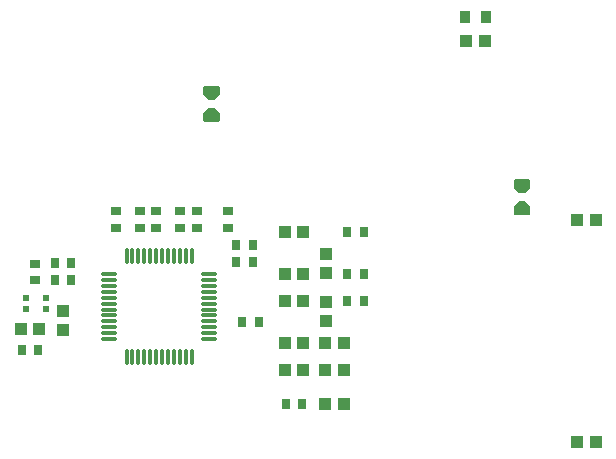
<source format=gtp>
G04 Layer: TopPasteMaskLayer*
G04 Panelize: V-CUT, Column: 2, Row: 2, Board Size: 58.42mm x 58.42mm, Panelized Board Size: 118.84mm x 118.84mm*
G04 EasyEDA v6.5.34, 2023-09-08 22:56:44*
G04 913679b3e6e84f05a743068e7cf01868,5a6b42c53f6a479593ecc07194224c93,10*
G04 Gerber Generator version 0.2*
G04 Scale: 100 percent, Rotated: No, Reflected: No *
G04 Dimensions in millimeters *
G04 leading zeros omitted , absolute positions ,4 integer and 5 decimal *
%FSLAX45Y45*%
%MOMM*%

%ADD10R,0.9000X0.8000*%
%ADD11R,1.0000X1.1000*%
%ADD12R,0.5850X0.5320*%
%ADD13R,0.8000X0.9000*%
%ADD14R,1.1000X1.0000*%
%ADD15R,0.8999X1.0000*%
%ADD16O,1.499997X0.27000199999999996*%
%ADD17O,0.27000199999999996X1.499997*%

%LPD*%
G36*
X4563973Y4204563D02*
G01*
X4553966Y4194556D01*
X4553966Y4125823D01*
X4600752Y4087317D01*
X4644847Y4087317D01*
X4691634Y4125823D01*
X4691634Y4194556D01*
X4681626Y4204563D01*
G37*
G36*
X4600752Y4015282D02*
G01*
X4553966Y3976776D01*
X4553966Y3908044D01*
X4563973Y3898036D01*
X4681626Y3898036D01*
X4691634Y3908044D01*
X4691634Y3976776D01*
X4644847Y4015282D01*
G37*
G36*
X1935073Y4991963D02*
G01*
X1925066Y4981956D01*
X1925066Y4913223D01*
X1971852Y4874717D01*
X2015947Y4874717D01*
X2062734Y4913223D01*
X2062734Y4981956D01*
X2052726Y4991963D01*
G37*
G36*
X1971852Y4802682D02*
G01*
X1925066Y4764176D01*
X1925066Y4695444D01*
X1935073Y4685436D01*
X2052726Y4685436D01*
X2062734Y4695444D01*
X2062734Y4764176D01*
X2015947Y4802682D01*
G37*
D10*
G01*
X2133600Y3930802D03*
G01*
X2133600Y3790797D03*
D11*
G01*
X5248909Y3860800D03*
G01*
X5088915Y3860800D03*
G01*
X5248909Y1981200D03*
G01*
X5088915Y1981200D03*
D12*
G01*
X421259Y3197097D03*
G01*
X421259Y3102102D03*
G01*
X594740Y3102102D03*
G01*
X594740Y3197097D03*
D10*
G01*
X1866900Y3930802D03*
G01*
X1866900Y3790797D03*
G01*
X1727200Y3930802D03*
G01*
X1727200Y3790797D03*
G01*
X1524000Y3930802D03*
G01*
X1524000Y3790797D03*
G01*
X1384300Y3930802D03*
G01*
X1384300Y3790797D03*
G01*
X1181100Y3930802D03*
G01*
X1181100Y3790797D03*
D13*
G01*
X666597Y3492500D03*
G01*
X806602Y3492500D03*
G01*
X666597Y3352800D03*
G01*
X806602Y3352800D03*
D14*
G01*
X736600Y2929889D03*
G01*
X736600Y3089884D03*
D13*
G01*
X527202Y2755900D03*
G01*
X387197Y2755900D03*
D11*
G01*
X537210Y2933700D03*
G01*
X377215Y2933700D03*
D10*
G01*
X495300Y3486302D03*
G01*
X495300Y3346297D03*
D13*
G01*
X2343302Y3505200D03*
G01*
X2203297Y3505200D03*
D11*
G01*
X2612390Y3759200D03*
G01*
X2772384Y3759200D03*
D13*
G01*
X2343302Y3644900D03*
G01*
X2203297Y3644900D03*
D11*
G01*
X2612390Y3175000D03*
G01*
X2772384Y3175000D03*
G01*
X2612390Y3403600D03*
G01*
X2772384Y3403600D03*
D13*
G01*
X2394102Y2997200D03*
G01*
X2254097Y2997200D03*
D11*
G01*
X4149090Y5372100D03*
G01*
X4309084Y5372100D03*
D15*
G01*
X4144086Y5575300D03*
G01*
X4314088Y5575300D03*
D11*
G01*
X2612390Y2819400D03*
G01*
X2772384Y2819400D03*
G01*
X2612390Y2590800D03*
G01*
X2772384Y2590800D03*
G01*
X2955290Y2819400D03*
G01*
X3115284Y2819400D03*
G01*
X3115309Y2590800D03*
G01*
X2955315Y2590800D03*
G01*
X2955290Y2298700D03*
G01*
X3115284Y2298700D03*
D13*
G01*
X2762402Y2298700D03*
G01*
X2622397Y2298700D03*
G01*
X3283102Y3175000D03*
G01*
X3143097Y3175000D03*
G01*
X3283102Y3403600D03*
G01*
X3143097Y3403600D03*
D14*
G01*
X2959100Y3572510D03*
G01*
X2959100Y3412515D03*
G01*
X2959100Y3166110D03*
G01*
X2959100Y3006115D03*
D13*
G01*
X3143097Y3759200D03*
G01*
X3283102Y3759200D03*
D16*
G01*
X1974392Y2849194D03*
G01*
X1974392Y2899206D03*
G01*
X1974392Y2949194D03*
G01*
X1974392Y2999206D03*
G01*
X1974392Y3049193D03*
G01*
X1974392Y3099206D03*
G01*
X1974392Y3149193D03*
G01*
X1974392Y3199206D03*
G01*
X1974392Y3249193D03*
G01*
X1974392Y3299205D03*
G01*
X1974392Y3349193D03*
G01*
X1974392Y3399205D03*
D17*
G01*
X1824405Y3549192D03*
G01*
X1774393Y3549192D03*
G01*
X1724405Y3549192D03*
G01*
X1674393Y3549192D03*
G01*
X1624406Y3549192D03*
G01*
X1574393Y3549192D03*
G01*
X1524406Y3549192D03*
G01*
X1474393Y3549192D03*
G01*
X1424406Y3549192D03*
G01*
X1374394Y3549192D03*
G01*
X1324406Y3549192D03*
G01*
X1274394Y3549192D03*
D16*
G01*
X1124407Y3399205D03*
G01*
X1124407Y3349193D03*
G01*
X1124407Y3299205D03*
G01*
X1124407Y3249193D03*
G01*
X1124407Y3199206D03*
G01*
X1124407Y3149193D03*
G01*
X1124407Y3099206D03*
G01*
X1124407Y3049193D03*
G01*
X1124407Y2999206D03*
G01*
X1124407Y2949194D03*
G01*
X1124407Y2899206D03*
G01*
X1124407Y2849194D03*
D17*
G01*
X1274394Y2699207D03*
G01*
X1324406Y2699207D03*
G01*
X1374394Y2699207D03*
G01*
X1424406Y2699207D03*
G01*
X1474393Y2699207D03*
G01*
X1524406Y2699207D03*
G01*
X1574393Y2699207D03*
G01*
X1624406Y2699207D03*
G01*
X1674393Y2699207D03*
G01*
X1724405Y2699207D03*
G01*
X1774393Y2699207D03*
G01*
X1824405Y2699207D03*
M02*

</source>
